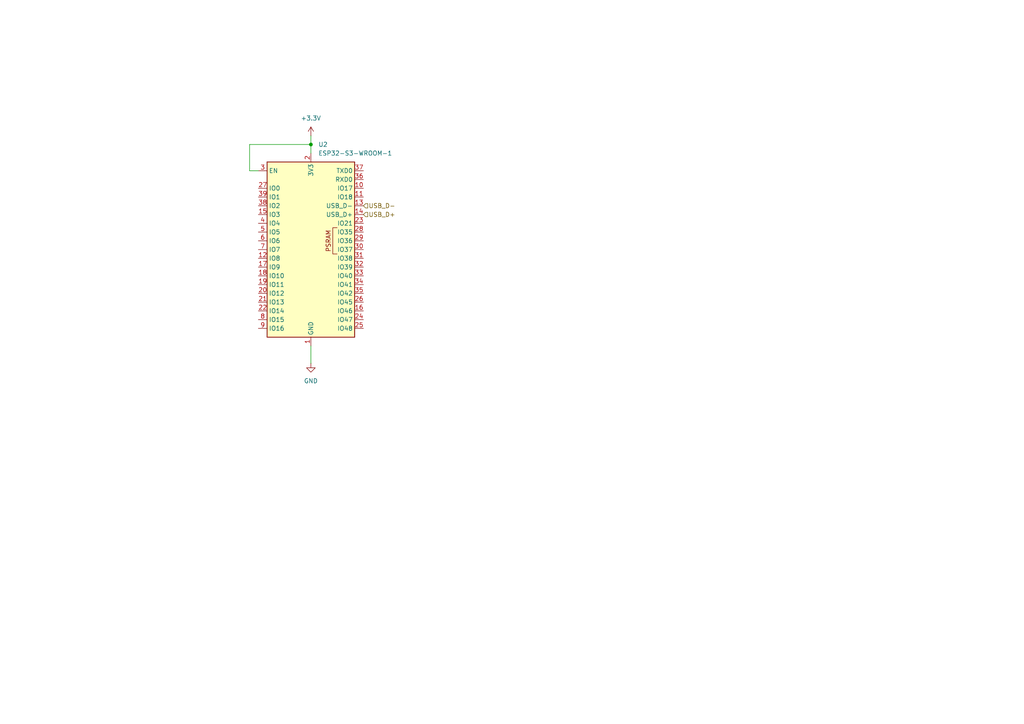
<source format=kicad_sch>
(kicad_sch (version 20250114) (generator "eeschema") (generator_version "9.0")
  (paper "A4")
  (lib_symbols
    (symbol "RF_Module:ESP32-S3-WROOM-1"
      (property "Reference" "U" (at -12.7 26.67 0))
      (property "Value" "ESP32-S3-WROOM-1" (at 12.7 26.67 0))
      (symbol "ESP32-S3-WROOM-1_0_0"
        (rectangle (start -12.7 25.4) (end 12.7 -25.4) (stroke (width 0.254)) (fill (type background)))
        (text "PSRAM" (at 5.08 2.54 900) (effects (font (size 1.27 1.27))))
      )
      (symbol "ESP32-S3-WROOM-1_0_1"
        (polyline (pts (xy 7.62 -1.27) (xy 6.35 -1.27) (xy 6.35 6.35) (xy 7.62 6.35)))
      )
      (symbol "ESP32-S3-WROOM-1_1_1"
        (pin input line (at -15.24 22.86 0) (length 2.54) (name "EN") (number "3"))
        (pin bidirectional line (at -15.24 17.78 0) (length 2.54) (name "IO0") (number "27"))
        (pin bidirectional line (at -15.24 15.24 0) (length 2.54) (name "IO1") (number "39"))
        (pin bidirectional line (at -15.24 12.7 0) (length 2.54) (name "IO2") (number "38"))
        (pin bidirectional line (at -15.24 10.16 0) (length 2.54) (name "IO3") (number "15"))
        (pin bidirectional line (at -15.24 7.62 0) (length 2.54) (name "IO4") (number "4"))
        (pin bidirectional line (at -15.24 5.08 0) (length 2.54) (name "IO5") (number "5"))
        (pin bidirectional line (at -15.24 2.54 0) (length 2.54) (name "IO6") (number "6"))
        (pin bidirectional line (at -15.24 0 0) (length 2.54) (name "IO7") (number "7"))
        (pin bidirectional line (at -15.24 -2.54 0) (length 2.54) (name "IO8") (number "12"))
        (pin bidirectional line (at -15.24 -5.08 0) (length 2.54) (name "IO9") (number "17"))
        (pin bidirectional line (at -15.24 -7.62 0) (length 2.54) (name "IO10") (number "18"))
        (pin bidirectional line (at -15.24 -10.16 0) (length 2.54) (name "IO11") (number "19"))
        (pin bidirectional line (at -15.24 -12.7 0) (length 2.54) (name "IO12") (number "20"))
        (pin bidirectional line (at -15.24 -15.24 0) (length 2.54) (name "IO13") (number "21"))
        (pin bidirectional line (at -15.24 -17.78 0) (length 2.54) (name "IO14") (number "22"))
        (pin bidirectional line (at -15.24 -20.32 0) (length 2.54) (name "IO15") (number "8"))
        (pin bidirectional line (at -15.24 -22.86 0) (length 2.54) (name "IO16") (number "9"))
        (pin power_in line (at 0 27.94 270) (length 2.54) (name "3V3") (number "2"))
        (pin power_in line (at 0 -27.94 90) (length 2.54) (name "GND") (number "1"))
        (pin passive line (at 0 -27.94 90) (length 2.54) (hide yes) (name "GND") (number "40"))
        (pin passive line (at 0 -27.94 90) (length 2.54) (hide yes) (name "GND") (number "41"))
        (pin bidirectional line (at 15.24 22.86 180) (length 2.54) (name "TXD0") (number "37"))
        (pin bidirectional line (at 15.24 20.32 180) (length 2.54) (name "RXD0") (number "36"))
        (pin bidirectional line (at 15.24 17.78 180) (length 2.54) (name "IO17") (number "10"))
        (pin bidirectional line (at 15.24 15.24 180) (length 2.54) (name "IO18") (number "11"))
        (pin bidirectional line (at 15.24 12.7 180) (length 2.54) (name "USB_D-") (number "13"))
        (pin bidirectional line (at 15.24 10.16 180) (length 2.54) (name "USB_D+") (number "14"))
        (pin bidirectional line (at 15.24 7.62 180) (length 2.54) (name "IO21") (number "23"))
        (pin bidirectional line (at 15.24 5.08 180) (length 2.54) (name "IO35") (number "28"))
        (pin bidirectional line (at 15.24 2.54 180) (length 2.54) (name "IO36") (number "29"))
        (pin bidirectional line (at 15.24 0 180) (length 2.54) (name "IO37") (number "30"))
        (pin bidirectional line (at 15.24 -2.54 180) (length 2.54) (name "IO38") (number "31"))
        (pin bidirectional line (at 15.24 -5.08 180) (length 2.54) (name "IO39") (number "32"))
        (pin bidirectional line (at 15.24 -7.62 180) (length 2.54) (name "IO40") (number "33"))
        (pin bidirectional line (at 15.24 -10.16 180) (length 2.54) (name "IO41") (number "34"))
        (pin bidirectional line (at 15.24 -12.7 180) (length 2.54) (name "IO42") (number "35"))
        (pin bidirectional line (at 15.24 -15.24 180) (length 2.54) (name "IO45") (number "26"))
        (pin bidirectional line (at 15.24 -17.78 180) (length 2.54) (name "IO46") (number "16"))
        (pin bidirectional line (at 15.24 -20.32 180) (length 2.54) (name "IO47") (number "24"))
        (pin bidirectional line (at 15.24 -22.86 180) (length 2.54) (name "IO48") (number "25"))
      )
    )
    (symbol "power:+3.3V" (power) (pin_numbers (hide yes)) (pin_names (offset 0) (hide yes))
      (property "Value" "+3.3V" (at 0 3.556 0))
      (symbol "+3.3V_0_1"
        (polyline (pts (xy -0.762 1.27) (xy 0 2.54)))
        (polyline (pts (xy 0 2.54) (xy 0.762 1.27)))
        (polyline (pts (xy 0 0) (xy 0 2.54)))
      )
      (symbol "+3.3V_1_1"
        (pin power_in line (at 0 0 90) (length 0) (name "~") (number "1"))
      )
    )
    (symbol "power:GND" (power) (pin_numbers (hide yes)) (pin_names (offset 0) (hide yes))
      (property "Value" "GND" (at 0 -3.81 0))
      (symbol "GND_0_1"
        (polyline (pts (xy 0 0) (xy 0 -1.27) (xy 1.27 -1.27) (xy 0 -2.54) (xy -1.27 -1.27) (xy 0 -1.27)))
      )
      (symbol "GND_1_1"
        (pin power_in line (at 0 0 270) (length 0) (name "~") (number "1"))
      )
    )
  )
  (junction (at 90.17 41.91))
  (wire (pts (xy 90.17 105.41) (xy 90.17 100.33)))
  (wire (pts (xy 72.39 41.91) (xy 90.17 41.91)))
  (wire (pts (xy 72.39 49.53) (xy 72.39 41.91)))
  (wire (pts (xy 74.93 49.53) (xy 72.39 49.53)))
  (wire (pts (xy 90.17 41.91) (xy 90.17 39.37)))
  (wire (pts (xy 90.17 44.45) (xy 90.17 41.91)))
  (hierarchical_label "USB_D+" (shape input) (at 105.41 62.23 0))
  (hierarchical_label "USB_D-" (shape input) (at 105.41 59.69 0))
  (symbol (lib_id "power:GND") (at 90.17 105.41 0) (unit 1)
    (property "Reference" "#PWR02" (effects (hide yes)))
    (property "Value" "GND" (at 90.17 110.49 0))
    (property "Description" "Power symbol creates a global label with name \"GND\" , ground" (effects (hide yes)))
  )
  (symbol (lib_id "RF_Module:ESP32-S3-WROOM-1") (at 90.17 72.39 0) (unit 1)
    (property "Reference" "U2" (at 92.3133 41.91 0) (effects (justify left)))
    (property "Value" "ESP32-S3-WROOM-1" (at 92.3133 44.45 0) (effects (justify left)))
    (property "Footprint" "RF_Module:ESP32-S3-WROOM-1U" (effects (hide yes)))
    (property "Datasheet" "https://www.espressif.com/sites/default/files/documentation/esp32-s3-wroom-1_wroom-1u_datasheet_en.pdf" (effects (hide yes)))
    (property "Description" "RF Module, ESP32-S3 SoC, Wi-Fi 802.11b/g/n, Bluetooth, BLE, 32-bit, 3.3V, onboard antenna, SMD" (effects (hide yes)))
  )
  (symbol (lib_id "power:+3.3V") (at 90.17 39.37 0) (unit 1)
    (property "Reference" "#PWR01" (effects (hide yes)))
    (property "Value" "+3.3V" (at 90.17 34.29 0))
    (property "Description" "Power symbol creates a global label with name \"+3.3V\"" (effects (hide yes)))
  )
)
</source>
